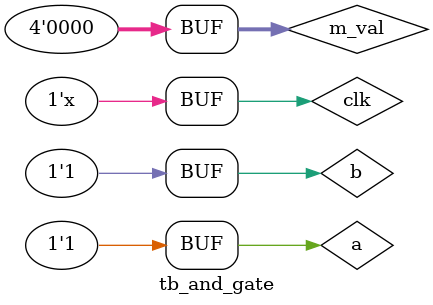
<source format=sv>
`timescale 1ns / 1ps


module tb_and_gate();

reg a, b;
reg c;

reg [3:0] m_val = 0;

// and_gate_2 and_inst(
// 	 .a(a)
// 	,.b(b)
// 	,.c(c)
// );


initial begin
	/* 20ns 딜레이  */
	a = 1'b0;
	b = 1'b1;

	#20
	a = 1'b1;
end 


reg clk = 0;

always begin
   #5
   clk = ~clk;
end

always @ (posedge clk) begin
	c = a & b;
end






endmodule





</source>
